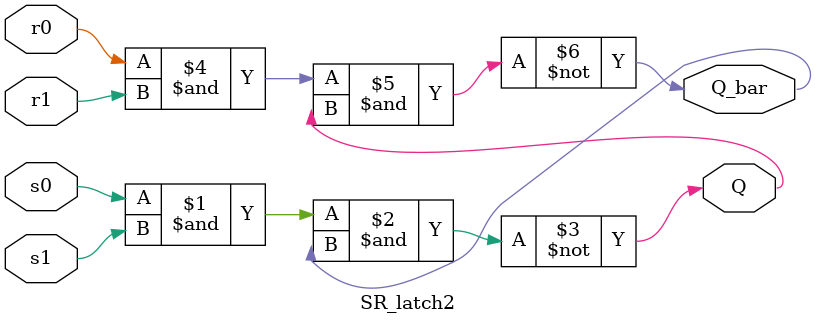
<source format=v>
/******************************************************************************
*** 																        ***
*** ECE 526 L Experiment #3             Jose Luis Martinez, Spring, 2021    ***
***                                                                         ***
*** Experiment 3 - DFF                                                      ***
***                                                                         ***
*******************************************************************************
*** Filename: SR_latch2.v   Created by Jose Luis Martinez, Febuary 11, 2021 ***
***                                                                         ***
******************************************************************************/

`include "definitions.v"


module SR_latch2(Q, Q_bar, s0, s1, r0, r1);
	output Q, Q_bar;
	input s0, s1, r0, r1;

	parameter DELAY_1 = 0;
	parameter DELAY_2 = 0;

	nand #(DELAY_1) NAND1(Q, s0, s1, Q_bar);
	nand #(DELAY_2) NAND2(Q_bar, r0, r1, Q);

endmodule


</source>
